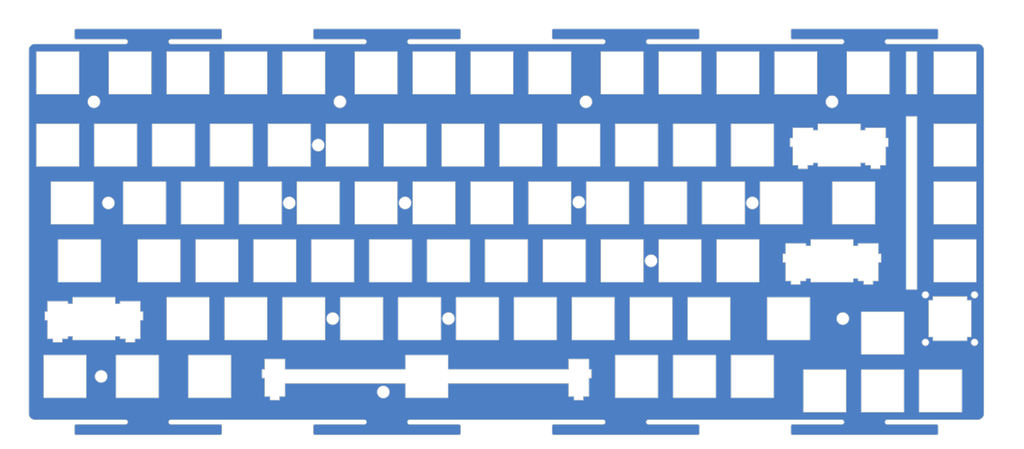
<source format=kicad_pcb>
(kicad_pcb (version 20241229) (generator "pcbnew") (generator_version "9.0")
  (layers (0 "F.Cu" signal) (2 "B.Cu" signal) (13 "F.Paste" user) (15 "B.Paste" user) (5 "F.SilkS" user "F.Silkscreen") (7 "B.SilkS" user "B.Silkscreen") (1 "F.Mask" user) (3 "B.Mask" user) (25 "Edge.Cuts" user))
  (net 0 "")
  (footprint "LOGO" (layer "F.Cu") (at 202.6375 157.4125)
    (property "Reference" "G***" (hide yes))
    (property "Value" "LOGO" (hide yes))
  )
  (footprint "LOGO" (layer "B.Cu") (at 188.627196 142.428396 180)
    (property "Reference" "G***" (hide yes))
    (property "Value" "LOGO" (hide yes))
  )
  (gr_line (start 357.275 106.8125) (end 357.275 120.8125) (stroke (width 0.2)) (layer "Edge.Cuts"))
  (gr_line (start 309.9375 125.8625) (end 309.9375 139.8625) (stroke (width 0.2)) (layer "Edge.Cuts"))
  (gr_line (start 56.49225 177.5665) (end 56.49225 178.7349) (stroke (width 0.2)) (layer "Edge.Cuts"))
  (gr_arc (start 218.1781 209.3) (mid 217.824555 209.153562) (end 217.678125 208.804898) (stroke (width 0.2)) (layer "Edge.Cuts"))
  (gr_line (start 344.759375 78.475) (end 344.759375 75.970102) (stroke (width 0.2)) (layer "Edge.Cuts"))
  (gr_line (start 204.875 125.8625) (end 204.875 139.8625) (stroke (width 0.2)) (layer "Edge.Cuts"))
  (gr_line (start 95.625 139.8625) (end 109.625 139.8625) (stroke (width 0.2)) (layer "Edge.Cuts"))
  (gr_line (start 338.5125 187.775) (end 338.5125 201.775) (stroke (width 0.2)) (layer "Edge.Cuts"))
  (gr_line (start 276.6 197.0125) (end 290.6 197.0125) (stroke (width 0.2)) (layer "Edge.Cuts"))
  (gr_line (start 80.36825 178.7349) (end 80.36825 177.5665) (stroke (width 0.2)) (layer "Edge.Cuts"))
  (gr_circle (center 71.668906 132.862576) (end 73.668906 132.862576) (stroke (width 0.2)) (fill no) (layer "Edge.Cuts"))
  (gr_line (start 301.18315 157.7291) (end 301.18315 158.5165) (stroke (width 0.2)) (layer "Edge.Cuts"))
  (gr_line (start 230.63475 187.7265) (end 229.77115 187.7265) (stroke (width 0.2)) (layer "Edge.Cuts"))
  (gr_line (start 169.44375 192.3125) (end 169.44375 197.0125) (stroke (width 0.2)) (layer "Edge.Cuts"))
  (gr_arc (start 187.096874 75.475) (mid 187.450428 75.621447) (end 187.596875 75.975001) (stroke (width 0.2)) (layer "Edge.Cuts"))
  (gr_line (start 219.45 106.8125) (end 233.45 106.8125) (stroke (width 0.2)) (layer "Edge.Cuts"))
  (gr_arc (start 296.259375 206.3) (mid 296.40582 205.946438) (end 296.754501 205.8) (stroke (width 0.2)) (layer "Edge.Cuts"))
  (gr_line (start 271.8375 144.9125) (end 285.8375 144.9125) (stroke (width 0.2)) (layer "Edge.Cuts"))
  (gr_line (start 316.79375 144.9125) (end 316.79375 147.0357) (stroke (width 0.2)) (layer "Edge.Cuts"))
  (gr_line (start 71.8125 97) (end 85.8125 97) (stroke (width 0.2)) (layer "Edge.Cuts"))
  (gr_line (start 80.36825 177.5665) (end 82.17165 177.5665) (stroke (width 0.2)) (layer "Edge.Cuts"))
  (gr_arc (start 92.265625 80.475) (mid 91.515625 79.725) (end 92.265625 78.975) (stroke (width 0.2)) (layer "Edge.Cuts"))
  (gr_line (start 167.0625 163.9625) (end 167.0625 177.9625) (stroke (width 0.2)) (layer "Edge.Cuts"))
  (gr_arc (start 344.2594 205.8) (mid 344.612945 205.946438) (end 344.759375 206.304999) (stroke (width 0.2)) (layer "Edge.Cuts"))
  (gr_line (start 109.625 125.8625) (end 109.625 139.8625) (stroke (width 0.2)) (layer "Edge.Cuts"))
  (gr_line (start 252.7875 83) (end 252.7875 97) (stroke (width 0.2)) (layer "Edge.Cuts"))
  (gr_line (start 262.3125 163.9625) (end 262.3125 177.9625) (stroke (width 0.2)) (layer "Edge.Cuts"))
  (gr_line (start 302.50625 163.9625) (end 302.50625 177.9625) (stroke (width 0.2)) (layer "Edge.Cuts"))
  (gr_line (start 92.265625 80.475) (end 155.846875 80.475) (stroke (width 0.2)) (layer "Edge.Cuts"))
  (gr_line (start 325.637 120.4165) (end 327.4404 120.4165) (stroke (width 0.2)) (layer "Edge.Cuts"))
  (gr_line (start 322.589 120.4165) (end 322.589 121.5849) (stroke (width 0.2)) (layer "Edge.Cuts"))
  (gr_arc (start 47.474999 204.3) (mid 46.060786 203.714214) (end 45.475 202.300002) (stroke (width 0.2)) (layer "Edge.Cuts"))
  (gr_arc (start 296.7594 78.975) (mid 296.405838 78.828545) (end 296.2594 78.475) (stroke (width 0.2)) (layer "Edge.Cuts"))
  (gr_line (start 152.775 97) (end 166.775 97) (stroke (width 0.2)) (layer "Edge.Cuts"))
  (gr_line (start 223.11635 187.7125) (end 183.44375 187.7125) (stroke (width 0.2)) (layer "Edge.Cuts"))
  (gr_line (start 176.5875 158.9125) (end 190.5875 158.9125) (stroke (width 0.2)) (layer "Edge.Cuts"))
  (gr_line (start 233.7375 83) (end 233.7375 97) (stroke (width 0.2)) (layer "Edge.Cuts"))
  (gr_line (start 238.2125 163.9625) (end 238.2125 177.9625) (stroke (width 0.2)) (layer "Edge.Cuts"))
  (gr_line (start 152.775 125.8625) (end 152.775 139.8625) (stroke (width 0.2)) (layer "Edge.Cuts"))
  (gr_line (start 190.875 125.8625) (end 204.875 125.8625) (stroke (width 0.2)) (layer "Edge.Cuts"))
  (gr_line (start 167.0625 177.9625) (end 181.0625 177.9625) (stroke (width 0.2)) (layer "Edge.Cuts"))
  (gr_line (start 169.44375 192.3125) (end 129.77115 192.3125) (stroke (width 0.2)) (layer "Edge.Cuts"))
  (gr_line (start 112.00625 183.0125) (end 112.00625 197.0125) (stroke (width 0.2)) (layer "Edge.Cuts"))
  (gr_line (start 290.8875 83) (end 304.8875 83) (stroke (width 0.2)) (layer "Edge.Cuts"))
  (gr_line (start 233.7375 144.9125) (end 233.7375 158.9125) (stroke (width 0.2)) (layer "Edge.Cuts"))
  (gr_line (start 267.075 139.8625) (end 281.075 139.8625) (stroke (width 0.2)) (layer "Edge.Cuts"))
  (gr_line (start 276.6 183.0125) (end 290.6 183.0125) (stroke (width 0.2)) (layer "Edge.Cuts"))
  (gr_circle (center 250.262656 151.912576) (end 252.262656 151.912576) (stroke (width 0.2)) (fill no) (layer "Edge.Cuts"))
  (gr_line (start 119.4375 144.9125) (end 133.4375 144.9125) (stroke (width 0.2)) (layer "Edge.Cuts"))
  (gr_line (start 186.1125 163.9625) (end 186.1125 177.9625) (stroke (width 0.2)) (layer "Edge.Cuts"))
  (gr_line (start 266.178125 206.3) (end 266.178125 208.8) (stroke (width 0.2)) (layer "Edge.Cuts"))
  (gr_line (start 354.225 176.9625) (end 354.225 178.2125) (stroke (width 0.2)) (layer "Edge.Cuts"))
  (gr_line (start 166.775 125.8625) (end 166.775 139.8625) (stroke (width 0.2)) (layer "Edge.Cuts"))
  (gr_line (start 152.4875 144.9125) (end 152.4875 158.9125) (stroke (width 0.2)) (layer "Edge.Cuts"))
  (gr_line (start 343.275 125.8625) (end 357.275 125.8625) (stroke (width 0.2)) (layer "Edge.Cuts"))
  (gr_line (start 252.7875 158.9125) (end 266.7875 158.9125) (stroke (width 0.2)) (layer "Edge.Cuts"))
  (gr_line (start 300.4125 201.775) (end 314.4125 201.775) (stroke (width 0.2)) (layer "Edge.Cuts"))
  (gr_line (start 139.096875 206.300001) (end 139.096875 208.799999) (stroke (width 0.2)) (layer "Edge.Cuts"))
  (gr_line (start 344.2594 75.475) (end 296.7544 75.475) (stroke (width 0.2)) (layer "Edge.Cuts"))
  (gr_line (start 300.125 125.8625) (end 300.125 139.8625) (stroke (width 0.2)) (layer "Edge.Cuts"))
  (gr_line (start 357.275 97) (end 357.275 83) (stroke (width 0.2)) (layer "Edge.Cuts"))
  (gr_line (start 181.35 120.8125) (end 195.35 120.8125) (stroke (width 0.2)) (layer "Edge.Cuts"))
  (gr_line (start 276.6 106.8125) (end 290.6 106.8125) (stroke (width 0.2)) (layer "Edge.Cuts"))
  (gr_line (start 104.8625 163.9625) (end 104.8625 177.9625) (stroke (width 0.2)) (layer "Edge.Cuts"))
  (gr_line (start 69.14375 144.9125) (end 69.14375 158.9125) (stroke (width 0.2)) (layer "Edge.Cuts"))
  (gr_line (start 229.77115 190.5205) (end 230.63475 190.5205) (stroke (width 0.2)) (layer "Edge.Cuts"))
  (gr_line (start 204.875 83) (end 204.875 97) (stroke (width 0.2)) (layer "Edge.Cuts"))
  (gr_line (start 190.5875 144.9125) (end 190.5875 158.9125) (stroke (width 0.2)) (layer "Edge.Cuts"))
  (gr_line (start 302.79375 157.7291) (end 301.18315 157.7291) (stroke (width 0.2)) (layer "Edge.Cuts"))
  (gr_line (start 83.03525 168.6765) (end 82.17165 168.6765) (stroke (width 0.2)) (layer "Edge.Cuts"))
  (gr_arc (start 109.015625 78.474999) (mid 108.869178 78.828553) (end 108.515624 78.975) (stroke (width 0.2)) (layer "Edge.Cuts"))
  (gr_line (start 320.20775 158.5165) (end 320.20775 159.6849) (stroke (width 0.2)) (layer "Edge.Cuts"))
  (gr_line (start 205.1625 163.9625) (end 219.1625 163.9625) (stroke (width 0.2)) (layer "Edge.Cuts"))
  (gr_line (start 242.975 125.8625) (end 242.975 139.8625) (stroke (width 0.2)) (layer "Edge.Cuts"))
  (gr_line (start 267.075 125.8625) (end 267.075 139.8625) (stroke (width 0.2)) (layer "Edge.Cuts"))
  (gr_line (start 114.675 139.8625) (end 128.675 139.8625) (stroke (width 0.2)) (layer "Edge.Cuts"))
  (gr_arc (start 187.596875 208.799999) (mid 187.450428 209.153553) (end 187.096874 209.3) (stroke (width 0.2)) (layer "Edge.Cuts"))
  (gr_line (start 318.40435 157.7291) (end 318.40435 158.5165) (stroke (width 0.2)) (layer "Edge.Cuts"))
  (gr_arc (start 217.678125 206.3) (mid 217.824573 205.946455) (end 218.178125 205.8) (stroke (width 0.2)) (layer "Edge.Cuts"))
  (gr_line (start 176.3 106.8125) (end 176.3 120.8125) (stroke (width 0.2)) (layer "Edge.Cuts"))
  (gr_line (start 286.125 125.8625) (end 286.125 139.8625) (stroke (width 0.2)) (layer "Edge.Cuts"))
  (gr_line (start 187.096874 205.8) (end 170.846875 205.8) (stroke (width 0.2)) (layer "Edge.Cuts"))
  (gr_line (start 95.625 125.8625) (end 95.625 139.8625) (stroke (width 0.2)) (layer "Edge.Cuts"))
  (gr_line (start 195.6375 158.9125) (end 209.6375 158.9125) (stroke (width 0.2)) (layer "Edge.Cuts"))
  (gr_line (start 62 83) (end 62 97) (stroke (width 0.2)) (layer "Edge.Cuts"))
  (gr_line (start 55.14375 144.9125) (end 55.14375 158.9125) (stroke (width 0.2)) (layer "Edge.Cuts"))
  (gr_line (start 81.05 106.8125) (end 81.05 120.8125) (stroke (width 0.2)) (layer "Edge.Cuts"))
  (gr_line (start 229.77115 196.6165) (end 229.77115 190.5205) (stroke (width 0.2)) (layer "Edge.Cuts"))
  (gr_line (start 100.3875 158.9125) (end 114.3875 158.9125) (stroke (width 0.2)) (layer "Edge.Cuts"))
  (gr_line (start 344.259375 209.3) (end 296.7594 209.3) (stroke (width 0.2)) (layer "Edge.Cuts"))
  (gr_line (start 325.92275 149.6265) (end 325.05915 149.6265) (stroke (width 0.2)) (layer "Edge.Cuts"))
  (gr_line (start 104.8625 83) (end 104.8625 97) (stroke (width 0.2)) (layer "Edge.Cuts"))
  (gr_line (start 266.7875 144.9125) (end 266.7875 158.9125) (stroke (width 0.2)) (layer "Edge.Cuts"))
  (gr_line (start 123.11635 184.3229) (end 129.77115 184.3229) (stroke (width 0.2)) (layer "Edge.Cuts"))
  (gr_line (start 90.8625 163.9625) (end 104.8625 163.9625) (stroke (width 0.2)) (layer "Edge.Cuts"))
  (gr_circle (center 283.600156 132.862576) (end 285.600156 132.862576) (stroke (width 0.2)) (fill no) (layer "Edge.Cuts"))
  (gr_line (start 327.4404 120.4165) (end 327.4404 114.3205) (stroke (width 0.2)) (layer "Edge.Cuts"))
  (gr_line (start 73.90625 163.9625) (end 73.90625 166.0857) (stroke (width 0.2)) (layer "Edge.Cuts"))
  (gr_line (start 73.90625 176.7791) (end 73.90625 177.9625) (stroke (width 0.2)) (layer "Edge.Cuts"))
  (gr_line (start 305.175 106.8125) (end 319.175 106.8125) (stroke (width 0.2)) (layer "Edge.Cuts"))
  (gr_line (start 318.40435 147.0357) (end 316.79375 147.0357) (stroke (width 0.2)) (layer "Edge.Cuts"))
  (gr_line (start 359.8 202.3) (end 359.8 82.475) (stroke (width 0.2)) (layer "Edge.Cuts"))
  (gr_line (start 48 97) (end 62 97) (stroke (width 0.2)) (layer "Edge.Cuts"))
  (gr_line (start 209.925 97) (end 223.925 97) (stroke (width 0.2)) (layer "Edge.Cuts"))
  (gr_line (start 119.15 106.8125) (end 119.15 120.8125) (stroke (width 0.2)) (layer "Edge.Cuts"))
  (gr_arc (start 139.596876 209.3) (mid 139.243322 209.153553) (end 139.096875 208.799999) (stroke (width 0.2)) (layer "Edge.Cuts"))
  (gr_line (start 124.2 106.8125) (end 138.2 106.8125) (stroke (width 0.2)) (layer "Edge.Cuts"))
  (gr_line (start 128.9625 97) (end 142.9625 97) (stroke (width 0.2)) (layer "Edge.Cuts"))
  (gr_line (start 76.575 125.8625) (end 76.575 139.8625) (stroke (width 0.2)) (layer "Edge.Cuts"))
  (gr_line (start 271.8375 158.9125) (end 285.8375 158.9125) (stroke (width 0.2)) (layer "Edge.Cuts"))
  (gr_arc (start 170.846875 205.8) (mid 170.096875 205.05) (end 170.846875 204.3) (stroke (width 0.2)) (layer "Edge.Cuts"))
  (gr_line (start 152.775 83) (end 166.775 83) (stroke (width 0.2)) (layer "Edge.Cuts"))
  (gr_line (start 265.6781 205.8) (end 249.4281 205.8) (stroke (width 0.2)) (layer "Edge.Cuts"))
  (gr_line (start 214.4 106.8125) (end 214.4 120.8125) (stroke (width 0.2)) (layer "Edge.Cuts"))
  (gr_line (start 271.55 106.8125) (end 271.55 120.8125) (stroke (width 0.2)) (layer "Edge.Cuts"))
  (gr_line (start 50.38125 197.0125) (end 64.38125 197.0125) (stroke (width 0.2)) (layer "Edge.Cuts"))
  (gr_line (start 252.7875 97) (end 266.7875 97) (stroke (width 0.2)) (layer "Edge.Cuts"))
  (gr_arc (start 359.8 202.3) (mid 359.214214 203.714214) (end 357.8 204.3) (stroke (width 0.2)) (layer "Edge.Cuts"))
  (gr_line (start 77.32025 178.7349) (end 80.36825 178.7349) (stroke (width 0.2)) (layer "Edge.Cuts"))
  (gr_line (start 67.05 106.8125) (end 67.05 120.8125) (stroke (width 0.2)) (layer "Edge.Cuts"))
  (gr_line (start 124.2 106.8125) (end 124.2 120.8125) (stroke (width 0.2)) (layer "Edge.Cuts"))
  (gr_line (start 243.2625 163.9625) (end 243.2625 177.9625) (stroke (width 0.2)) (layer "Edge.Cuts"))
  (gr_line (start 133.725 125.8625) (end 147.725 125.8625) (stroke (width 0.2)) (layer "Edge.Cuts"))
  (gr_line (start 327.4404 108.1229) (end 320.7856 108.1229) (stroke (width 0.2)) (layer "Edge.Cuts"))
  (gr_line (start 128.9625 177.9625) (end 142.9625 177.9625) (stroke (width 0.2)) (layer "Edge.Cuts"))
  (gr_line (start 209.6375 144.9125) (end 209.6375 158.9125) (stroke (width 0.2)) (layer "Edge.Cuts"))
  (gr_line (start 100.1 106.8125) (end 100.1 120.8125) (stroke (width 0.2)) (layer "Edge.Cuts"))
  (gr_line (start 59.90625 176.7791) (end 59.90625 177.9625) (stroke (width 0.2)) (layer "Edge.Cuts"))
  (gr_line (start 209.925 83) (end 209.925 97) (stroke (width 0.2)) (layer "Edge.Cuts"))
  (gr_arc (start 328.0094 205.8) (mid 327.2594 205.05) (end 328.0094 204.3) (stroke (width 0.2)) (layer "Edge.Cuts"))
  (gr_arc (start 187.596875 78.474999) (mid 187.450428 78.828553) (end 187.096874 78.975) (stroke (width 0.2)) (layer "Edge.Cuts"))
  (gr_line (start 119.4375 144.9125) (end 119.4375 158.9125) (stroke (width 0.2)) (layer "Edge.Cuts"))
  (gr_line (start 352.5125 187.775) (end 352.5125 201.775) (stroke (width 0.2)) (layer "Edge.Cuts"))
  (gr_line (start 138.4875 158.9125) (end 152.4875 158.9125) (stroke (width 0.2)) (layer "Edge.Cuts"))
  (gr_line (start 341.625 176.9625) (end 341.625 164.9625) (stroke (width 0.2)) (layer "Edge.Cuts"))
  (gr_line (start 186.1125 177.9625) (end 200.1125 177.9625) (stroke (width 0.2)) (layer "Edge.Cuts"))
  (gr_line (start 313.0094 78.975) (end 296.7594 78.975) (stroke (width 0.2)) (layer "Edge.Cuts"))
  (gr_line (start 337.737654 161.362509) (end 337.737654 104.362509) (stroke (width 0.2)) (layer "Edge.Cuts"))
  (gr_line (start 53.44425 178.7349) (end 53.44425 177.5665) (stroke (width 0.2)) (layer "Edge.Cuts"))
  (gr_line (start 81.3375 144.9125) (end 95.3375 144.9125) (stroke (width 0.2)) (layer "Edge.Cuts"))
  (gr_arc (start 313.0094 204.3) (mid 313.7594 205.05) (end 313.0094 205.8) (stroke (width 0.2)) (layer "Edge.Cuts"))
  (gr_line (start 325.92275 152.4205) (end 325.92275 149.6265) (stroke (width 0.2)) (layer "Edge.Cuts"))
  (gr_line (start 200.4 106.8125) (end 214.4 106.8125) (stroke (width 0.2)) (layer "Edge.Cuts"))
  (gr_circle (center 226.450156 132.617552) (end 228.450156 132.617552) (stroke (width 0.2)) (fill no) (layer "Edge.Cuts"))
  (gr_line (start 320.7856 120.4165) (end 322.589 120.4165) (stroke (width 0.2)) (layer "Edge.Cuts"))
  (gr_line (start 48 106.8125) (end 62 106.8125) (stroke (width 0.2)) (layer "Edge.Cuts"))
  (gr_line (start 48 106.8125) (end 48 120.8125) (stroke (width 0.2)) (layer "Edge.Cuts"))
  (gr_line (start 334.237389 97.000044) (end 334.237389 83.000044) (stroke (width 0.2)) (layer "Edge.Cuts"))
  (gr_line (start 214.6875 144.9125) (end 228.6875 144.9125) (stroke (width 0.2)) (layer "Edge.Cuts"))
  (gr_line (start 224.2125 163.9625) (end 224.2125 177.9625) (stroke (width 0.2)) (layer "Edge.Cuts"))
  (gr_line (start 302.79375 144.9125) (end 316.79375 144.9125) (stroke (width 0.2)) (layer "Edge.Cuts"))
  (gr_line (start 200.4 120.8125) (end 214.4 120.8125) (stroke (width 0.2)) (layer "Edge.Cuts"))
  (gr_line (start 148.0125 163.9625) (end 148.0125 177.9625) (stroke (width 0.2)) (layer "Edge.Cuts"))
  (gr_arc (start 45.475 82.474999) (mid 46.060786 81.060786) (end 47.474998 80.475) (stroke (width 0.2)) (layer "Edge.Cuts"))
  (gr_arc (start 61.015626 209.3) (mid 60.662072 209.153553) (end 60.515625 208.799999) (stroke (width 0.2)) (layer "Edge.Cuts"))
  (gr_line (start 257.55 197.0125) (end 271.55 197.0125) (stroke (width 0.2)) (layer "Edge.Cuts"))
  (gr_line (start 190.875 97) (end 204.875 97) (stroke (width 0.2)) (layer "Edge.Cuts"))
  (gr_line (start 53.44425 177.5665) (end 51.64085 177.5665) (stroke (width 0.2)) (layer "Edge.Cuts"))
  (gr_line (start 266.178125 78.475) (end 266.178125 75.975) (stroke (width 0.2)) (layer "Edge.Cuts"))
  (gr_line (start 233.7375 158.9125) (end 247.7375 158.9125) (stroke (width 0.2)) (layer "Edge.Cuts"))
  (gr_line (start 325.05915 158.5165) (end 325.05915 152.4205) (stroke (width 0.2)) (layer "Edge.Cuts"))
  (gr_line (start 123.9125 83) (end 123.9125 97) (stroke (width 0.2)) (layer "Edge.Cuts"))
  (gr_line (start 301.18315 146.2229) (end 301.18315 147.0357) (stroke (width 0.2)) (layer "Edge.Cuts"))
  (gr_line (start 248.025 139.8625) (end 262.025 139.8625) (stroke (width 0.2)) (layer "Edge.Cuts"))
  (gr_line (start 157.5375 158.9125) (end 171.5375 158.9125) (stroke (width 0.2)) (layer "Edge.Cuts"))
  (gr_line (start 51.64085 177.5665) (end 51.64085 171.4705) (stroke (width 0.2)) (layer "Edge.Cuts"))
  (gr_line (start 170.846875 204.3) (end 234.4281 204.3) (stroke (width 0.2)) (layer "Edge.Cuts"))
  (gr_line (start 109.9125 83) (end 123.9125 83) (stroke (width 0.2)) (layer "Edge.Cuts"))
  (gr_line (start 217.678125 78.470001) (end 217.678125 75.975) (stroke (width 0.2)) (layer "Edge.Cuts"))
  (gr_line (start 229.77115 184.3229) (end 223.11635 184.3229) (stroke (width 0.2)) (layer "Edge.Cuts"))
  (gr_line (start 276.6 106.8125) (end 276.6 120.8125) (stroke (width 0.2)) (layer "Edge.Cuts"))
  (gr_circle (center 169.300156 132.862576) (end 171.300156 132.862576) (stroke (width 0.2)) (fill no) (layer "Edge.Cuts"))
  (gr_line (start 76.575 139.8625) (end 90.575 139.8625) (stroke (width 0.2)) (layer "Edge.Cuts"))
  (gr_line (start 233.7375 83) (end 247.7375 83) (stroke (width 0.2)) (layer "Edge.Cuts"))
  (gr_line (start 90.8625 177.9625) (end 104.8625 177.9625) (stroke (width 0.2)) (layer "Edge.Cuts"))
  (gr_line (start 233.7375 144.9125) (end 247.7375 144.9125) (stroke (width 0.2)) (layer "Edge.Cuts"))
  (gr_line (start 47.474998 80.475) (end 77.265625 80.475) (stroke (width 0.2)) (layer "Edge.Cuts"))
  (gr_line (start 228.975 125.8625) (end 228.975 139.8625) (stroke (width 0.2)) (layer "Edge.Cuts"))
  (gr_line (start 55.14375 158.9125) (end 69.14375 158.9125) (stroke (width 0.2)) (layer "Edge.Cuts"))
  (gr_line (start 267.075 125.8625) (end 281.075 125.8625) (stroke (width 0.2)) (layer "Edge.Cuts"))
  (gr_line (start 296.2594 78.475) (end 296.259375 78.475) (stroke (width 0.2)) (layer "Edge.Cuts"))
  (gr_arc (start 344.2594 75.475) (mid 344.612945 75.621438) (end 344.759375 75.970102) (stroke (width 0.2)) (layer "Edge.Cuts"))
  (gr_line (start 223.11635 184.3229) (end 223.11635 187.7125) (stroke (width 0.2)) (layer "Edge.Cuts"))
  (gr_circle (center 183.587656 170.962576) (end 185.587656 170.962576) (stroke (width 0.2)) (fill no) (layer "Edge.Cuts"))
  (gr_line (start 109.015625 78.474999) (end 109.015625 75.975001) (stroke (width 0.2)) (layer "Edge.Cuts"))
  (gr_line (start 290.8875 83) (end 290.8875 97) (stroke (width 0.2)) (layer "Edge.Cuts"))
  (gr_line (start 187.596875 78.474999) (end 187.596875 75.975001) (stroke (width 0.2)) (layer "Edge.Cuts"))
  (gr_line (start 50.77725 171.4705) (end 50.77725 168.6765) (stroke (width 0.2)) (layer "Edge.Cuts"))
  (gr_circle (center 69.2877 190.012576) (end 71.2877 190.012576) (stroke (width 0.2)) (fill no) (layer "Edge.Cuts"))
  (gr_line (start 108.515624 78.975) (end 92.265625 78.975) (stroke (width 0.2)) (layer "Edge.Cuts"))
  (gr_arc (start 296.7594 209.3) (mid 296.405838 209.153545) (end 296.2594 208.8) (stroke (width 0.2)) (layer "Edge.Cuts"))
  (gr_line (start 114.675 125.8625) (end 114.675 139.8625) (stroke (width 0.2)) (layer "Edge.Cuts"))
  (gr_line (start 234.4281 205.8) (end 218.178125 205.8) (stroke (width 0.2)) (layer "Edge.Cuts"))
  (gr_line (start 195.6375 144.9125) (end 209.6375 144.9125) (stroke (width 0.2)) (layer "Edge.Cuts"))
  (gr_line (start 298.713 120.4165) (end 296.9096 120.4165) (stroke (width 0.2)) (layer "Edge.Cuts"))
  (gr_line (start 224.91975 197.7849) (end 227.96775 197.7849) (stroke (width 0.2)) (layer "Edge.Cuts"))
  (gr_line (start 217.678125 206.3) (end 217.678125 208.804898) (stroke (width 0.2)) (layer "Edge.Cuts"))
  (gr_line (start 265.673201 209.3) (end 218.1781 209.3) (stroke (width 0.2)) (layer "Edge.Cuts"))
  (gr_line (start 45.475 202.300002) (end 45.475 82.474999) (stroke (width 0.2)) (layer "Edge.Cuts"))
  (gr_line (start 319.4625 187.775) (end 333.4625 187.775) (stroke (width 0.2)) (layer "Edge.Cuts"))
  (gr_line (start 343.025 176.9625) (end 343.025 178.2125) (stroke (width 0.2)) (layer "Edge.Cuts"))
  (gr_line (start 318.40435 146.2229) (end 318.40435 147.0357) (stroke (width 0.2)) (layer "Edge.Cuts"))
  (gr_line (start 186.1125 163.9625) (end 200.1125 163.9625) (stroke (width 0.2)) (layer "Edge.Cuts"))
  (gr_line (start 276.6 183.0125) (end 276.6 197.0125) (stroke (width 0.2)) (layer "Edge.Cuts"))
  (gr_line (start 109.9125 97) (end 123.9125 97) (stroke (width 0.2)) (layer "Edge.Cuts"))
  (gr_line (start 248.025 125.8625) (end 262.025 125.8625) (stroke (width 0.2)) (layer "Edge.Cuts"))
  (gr_line (start 266.7875 83) (end 266.7875 97) (stroke (width 0.2)) (layer "Edge.Cuts"))
  (gr_line (start 187.596875 206.300001) (end 187.596875 208.799999) (stroke (width 0.2)) (layer "Edge.Cuts"))
  (gr_line (start 124.2 120.8125) (end 138.2 120.8125) (stroke (width 0.2)) (layer "Edge.Cuts"))
  (gr_line (start 181.0625 163.9625) (end 181.0625 177.9625) (stroke (width 0.2)) (layer "Edge.Cuts"))
  (gr_line (start 252.5 183.0125) (end 252.5 197.0125) (stroke (width 0.2)) (layer "Edge.Cuts"))
  (gr_line (start 48 83) (end 62 83) (stroke (width 0.2)) (layer "Edge.Cuts"))
  (gr_line (start 227.96775 197.7849) (end 227.96775 196.6165) (stroke (width 0.2)) (layer "Edge.Cuts"))
  (gr_line (start 322.589 121.5849) (end 325.637 121.5849) (stroke (width 0.2)) (layer "Edge.Cuts"))
  (gr_line (start 76.575 125.8625) (end 90.575 125.8625) (stroke (width 0.2)) (layer "Edge.Cuts"))
  (gr_line (start 354.225 178.2125) (end 343.025 178.2125) (stroke (width 0.2)) (layer "Edge.Cuts"))
  (gr_line (start 337.737389 97.000044) (end 337.737389 83.000044) (stroke (width 0.2)) (layer "Edge.Cuts"))
  (gr_line (start 320.20775 159.6849) (end 323.25575 159.6849) (stroke (width 0.2)) (layer "Edge.Cuts"))
  (gr_line (start 108.515624 75.475) (end 61.015626 75.475) (stroke (width 0.2)) (layer "Edge.Cuts"))
  (gr_line (start 143.25 106.8125) (end 143.25 120.8125) (stroke (width 0.2)) (layer "Edge.Cuts"))
  (gr_line (start 296.046 114.3205) (end 296.046 111.5265) (stroke (width 0.2)) (layer "Edge.Cuts"))
  (gr_line (start 294.52835 149.6265) (end 294.52835 146.2229) (stroke (width 0.2)) (layer "Edge.Cuts"))
  (gr_line (start 75.51685 177.5665) (end 77.32025 177.5665) (stroke (width 0.2)) (layer "Edge.Cuts"))
  (gr_line (start 354.225 164.9625) (end 355.625 164.9625) (stroke (width 0.2)) (layer "Edge.Cuts"))
  (gr_line (start 252.5 106.8125) (end 252.5 120.8125) (stroke (width 0.2)) (layer "Edge.Cuts"))
  (gr_line (start 100.3875 144.9125) (end 100.3875 158.9125) (stroke (width 0.2)) (layer "Edge.Cuts"))
  (gr_line (start 303.5644 119.6291) (end 303.5644 120.4165) (stroke (width 0.2)) (layer "Edge.Cuts"))
  (gr_line (start 252.7875 83) (end 266.7875 83) (stroke (width 0.2)) (layer "Edge.Cuts"))
  (gr_line (start 224.2125 177.9625) (end 238.2125 177.9625) (stroke (width 0.2)) (layer "Edge.Cuts"))
  (gr_arc (start 265.6781 75.475) (mid 266.031662 75.621455) (end 266.1781 75.975) (stroke (width 0.2)) (layer "Edge.Cuts"))
  (gr_arc (start 108.515624 205.8) (mid 108.869178 205.946447) (end 109.015625 206.300001) (stroke (width 0.2)) (layer "Edge.Cuts"))
  (gr_line (start 271.8375 83) (end 285.8375 83) (stroke (width 0.2)) (layer "Edge.Cuts"))
  (gr_line (start 316.79375 157.7291) (end 316.79375 158.9125) (stroke (width 0.2)) (layer "Edge.Cuts"))
  (gr_line (start 288.50625 163.9625) (end 302.50625 163.9625) (stroke (width 0.2)) (layer "Edge.Cuts"))
  (gr_line (start 229.77115 187.7265) (end 229.77115 184.3229) (stroke (width 0.2)) (layer "Edge.Cuts"))
  (gr_line (start 293.66475 152.4205) (end 293.66475 149.6265) (stroke (width 0.2)) (layer "Edge.Cuts"))
  (gr_line (start 290.6 106.8125) (end 290.6 120.8125) (stroke (width 0.2)) (layer "Edge.Cuts"))
  (gr_line (start 169.44375 183.0125) (end 183.44375 183.0125) (stroke (width 0.2)) (layer "Edge.Cuts"))
  (gr_line (start 320.7856 108.9357) (end 319.175 108.9357) (stroke (width 0.2)) (layer "Edge.Cuts"))
  (gr_line (start 190.875 83) (end 204.875 83) (stroke (width 0.2)) (layer "Edge.Cuts"))
  (gr_line (start 129.77115 184.3229) (end 129.77115 187.7125) (stroke (width 0.2)) (layer "Edge.Cuts"))
  (gr_line (start 343.275 144.9125) (end 357.275 144.9125) (stroke (width 0.2)) (layer "Edge.Cuts"))
  (gr_line (start 47.474999 204.3) (end 77.265625 204.3) (stroke (width 0.2)) (layer "Edge.Cuts"))
  (gr_line (start 247.7375 83) (end 247.7375 97) (stroke (width 0.2)) (layer "Edge.Cuts"))
  (gr_line (start 262.3125 177.9625) (end 276.3125 177.9625) (stroke (width 0.2)) (layer "Edge.Cuts"))
  (gr_line (start 50.38125 183.0125) (end 50.38125 197.0125) (stroke (width 0.2)) (layer "Edge.Cuts"))
  (gr_line (start 296.046 111.5265) (end 296.9096 111.5265) (stroke (width 0.2)) (layer "Edge.Cuts"))
  (gr_line (start 86.1 120.8125) (end 100.1 120.8125) (stroke (width 0.2)) (layer "Edge.Cuts"))
  (gr_line (start 114.3875 144.9125) (end 114.3875 158.9125) (stroke (width 0.2)) (layer "Edge.Cuts"))
  (gr_line (start 299.37975 159.6849) (end 296.33175 159.6849) (stroke (width 0.2)) (layer "Edge.Cuts"))
  (gr_line (start 62 106.8125) (end 62 120.8125) (stroke (width 0.2)) (layer "Edge.Cuts"))
  (gr_line (start 327.4404 111.5265) (end 327.4404 108.1229) (stroke (width 0.2)) (layer "Edge.Cuts"))
  (gr_line (start 249.4281 80.475) (end 313.0094 80.475) (stroke (width 0.2)) (layer "Edge.Cuts"))
  (gr_arc (start 92.265625 205.8) (mid 91.515625 205.05) (end 92.265625 204.3) (stroke (width 0.2)) (layer "Edge.Cuts"))
  (gr_line (start 86.1 106.8125) (end 100.1 106.8125) (stroke (width 0.2)) (layer "Edge.Cuts"))
  (gr_line (start 148.0125 163.9625) (end 162.0125 163.9625) (stroke (width 0.2)) (layer "Edge.Cuts"))
  (gr_line (start 157.5375 144.9125) (end 157.5375 158.9125) (stroke (width 0.2)) (layer "Edge.Cuts"))
  (gr_line (start 290.8875 97) (end 304.8875 97) (stroke (width 0.2)) (layer "Edge.Cuts"))
  (gr_line (start 247.7375 144.9125) (end 247.7375 158.9125) (stroke (width 0.2)) (layer "Edge.Cuts"))
  (gr_line (start 238.5 106.8125) (end 252.5 106.8125) (stroke (width 0.2)) (layer "Edge.Cuts"))
  (gr_line (start 122.25275 190.5205) (end 122.25275 187.7265) (stroke (width 0.2)) (layer "Edge.Cuts"))
  (gr_line (start 52.7625 125.8625) (end 66.7625 125.8625) (stroke (width 0.2)) (layer "Edge.Cuts"))
  (gr_line (start 252.7875 144.9125) (end 266.7875 144.9125) (stroke (width 0.2)) (layer "Edge.Cuts"))
  (gr_line (start 300.4125 187.775) (end 314.4125 187.775) (stroke (width 0.2)) (layer "Edge.Cuts"))
  (gr_line (start 90.8625 83) (end 104.8625 83) (stroke (width 0.2)) (layer "Edge.Cuts"))
  (gr_line (start 303.5644 108.1229) (end 303.5644 108.9357) (stroke (width 0.2)) (layer "Edge.Cuts"))
  (gr_line (start 343.025 164.9625) (end 343.025 163.7125) (stroke (width 0.2)) (layer "Edge.Cuts"))
  (gr_line (start 343.275 106.8125) (end 357.275 106.8125) (stroke (width 0.2)) (layer "Edge.Cuts"))
  (gr_line (start 67.05 120.8125) (end 81.05 120.8125) (stroke (width 0.2)) (layer "Edge.Cuts"))
  (gr_line (start 223.925 83) (end 223.925 97) (stroke (width 0.2)) (layer "Edge.Cuts"))
  (gr_line (start 333.4625 187.775) (end 333.4625 201.775) (stroke (width 0.2)) (layer "Edge.Cuts"))
  (gr_arc (start 108.515624 75.475) (mid 108.869178 75.621447) (end 109.015625 75.975001) (stroke (width 0.2)) (layer "Edge.Cuts"))
  (gr_line (start 305.175 119.6291) (end 303.5644 119.6291) (stroke (width 0.2)) (layer "Edge.Cuts"))
  (gr_line (start 296.259375 206.3) (end 296.259375 208.8) (stroke (width 0.2)) (layer "Edge.Cuts"))
  (gr_line (start 223.11635 196.6165) (end 224.91975 196.6165) (stroke (width 0.2)) (layer "Edge.Cuts"))
  (gr_arc (start 155.846875 204.3) (mid 156.596875 205.05) (end 155.846875 205.8) (stroke (width 0.2)) (layer "Edge.Cuts"))
  (gr_line (start 214.6875 158.9125) (end 228.6875 158.9125) (stroke (width 0.2)) (layer "Edge.Cuts"))
  (gr_line (start 319.175 119.6291) (end 320.7856 119.6291) (stroke (width 0.2)) (layer "Edge.Cuts"))
  (gr_line (start 187.096874 75.475) (end 139.596876 75.475) (stroke (width 0.2)) (layer "Edge.Cuts"))
  (gr_line (start 266.1781 75.975) (end 266.178125 75.975) (stroke (width 0.2)) (layer "Edge.Cuts"))
  (gr_line (start 296.9096 108.1229) (end 303.5644 108.1229) (stroke (width 0.2)) (layer "Edge.Cuts"))
  (gr_line (start 319.4625 168.725) (end 319.4625 182.725) (stroke (width 0.2)) (layer "Edge.Cuts"))
  (gr_circle (center 340.55 178.7875) (end 341.65 178.7875) (stroke (width 0.2)) (fill no) (layer "Edge.Cuts"))
  (gr_line (start 123.9125 163.9625) (end 123.9125 177.9625) (stroke (width 0.2)) (layer "Edge.Cuts"))
  (gr_line (start 296.9096 111.5265) (end 296.9096 108.1229) (stroke (width 0.2)) (layer "Edge.Cuts"))
  (gr_line (start 219.45 120.8125) (end 233.45 120.8125) (stroke (width 0.2)) (layer "Edge.Cuts"))
  (gr_line (start 81.3375 144.9125) (end 81.3375 158.9125) (stroke (width 0.2)) (layer "Edge.Cuts"))
  (gr_line (start 309.9375 139.8625) (end 323.9375 139.8625) (stroke (width 0.2)) (layer "Edge.Cuts"))
  (gr_line (start 209.925 83) (end 223.925 83) (stroke (width 0.2)) (layer "Edge.Cuts"))
  (gr_line (start 341.625 176.9625) (end 343.025 176.9625) (stroke (width 0.2)) (layer "Edge.Cuts"))
  (gr_line (start 301.18315 147.0357) (end 302.79375 147.0357) (stroke (width 0.2)) (layer "Edge.Cuts"))
  (gr_arc (start 218.1781 78.975) (mid 217.824555 78.828562) (end 217.678125 78.470001) (stroke (width 0.2)) (layer "Edge.Cuts"))
  (gr_line (start 319.4625 182.725) (end 333.4625 182.725) (stroke (width 0.2)) (layer "Edge.Cuts"))
  (gr_line (start 296.33175 159.6849) (end 296.33175 158.5165) (stroke (width 0.2)) (layer "Edge.Cuts"))
  (gr_line (start 50.77725 168.6765) (end 51.64085 168.6765) (stroke (width 0.2)) (layer "Edge.Cuts"))
  (gr_line (start 52.7625 139.8625) (end 66.7625 139.8625) (stroke (width 0.2)) (layer "Edge.Cuts"))
  (gr_arc (start 266.178125 78.475) (mid 266.03168 78.828562) (end 265.673201 78.975) (stroke (width 0.2)) (layer "Edge.Cuts"))
  (gr_line (start 319.175 119.6291) (end 319.175 120.8125) (stroke (width 0.2)) (layer "Edge.Cuts"))
  (gr_line (start 183.44375 192.3125) (end 223.11635 192.3125) (stroke (width 0.2)) (layer "Edge.Cuts"))
  (gr_arc (start 77.265625 204.3) (mid 78.015625 205.05) (end 77.265625 205.8) (stroke (width 0.2)) (layer "Edge.Cuts"))
  (gr_line (start 354.225 176.9625) (end 355.625 176.9625) (stroke (width 0.2)) (layer "Edge.Cuts"))
  (gr_line (start 138.4875 144.9125) (end 138.4875 158.9125) (stroke (width 0.2)) (layer "Edge.Cuts"))
  (gr_arc (start 234.4281 204.3) (mid 235.1781 205.05) (end 234.4281 205.8) (stroke (width 0.2)) (layer "Edge.Cuts"))
  (gr_line (start 234.4281 78.975) (end 218.1781 78.975) (stroke (width 0.2)) (layer "Edge.Cuts"))
  (gr_line (start 185.825 125.8625) (end 185.825 139.8625) (stroke (width 0.2)) (layer "Edge.Cuts"))
  (gr_line (start 209.925 125.8625) (end 223.925 125.8625) (stroke (width 0.2)) (layer "Edge.Cuts"))
  (gr_line (start 82.17165 171.4705) (end 83.03525 171.4705) (stroke (width 0.2)) (layer "Edge.Cuts"))
  (gr_line (start 304.8875 83) (end 304.8875 97) (stroke (width 0.2)) (layer "Edge.Cuts"))
  (gr_line (start 169.44375 183.0125) (end 169.44375 187.7125) (stroke (width 0.2)) (layer "Edge.Cuts"))
  (gr_line (start 147.725 125.8625) (end 147.725 139.8625) (stroke (width 0.2)) (layer "Edge.Cuts"))
  (gr_line (start 100.3875 144.9125) (end 114.3875 144.9125) (stroke (width 0.2)) (layer "Edge.Cuts"))
  (gr_line (start 124.91975 196.6165) (end 123.11635 196.6165) (stroke (width 0.2)) (layer "Edge.Cuts"))
  (gr_line (start 325.05915 149.6265) (end 325.05915 146.2229) (stroke (width 0.2)) (layer "Edge.Cuts"))
  (gr_line (start 296.9096 114.3205) (end 296.046 114.3205) (stroke (width 0.2)) (layer "Edge.Cuts"))
  (gr_line (start 343.275 106.8125) (end 343.275 120.8125) (stroke (width 0.2)) (layer "Edge.Cuts"))
  (gr_line (start 51.64085 165.2729) (end 58.29565 165.2729) (stroke (width 0.2)) (layer "Edge.Cuts"))
  (gr_line (start 127.96775 196.6165) (end 127.96775 197.7849) (stroke (width 0.2)) (layer "Edge.Cuts"))
  (gr_line (start 88.19375 183.0125) (end 88.19375 197.0125) (stroke (width 0.2)) (layer "Edge.Cuts"))
  (gr_line (start 294.52835 158.5165) (end 294.52835 152.4205) (stroke (width 0.2)) (layer "Edge.Cuts"))
  (gr_line (start 296.9096 120.4165) (end 296.9096 114.3205) (stroke (width 0.2)) (layer "Edge.Cuts"))
  (gr_line (start 142.9625 83) (end 142.9625 97) (stroke (width 0.2)) (layer "Edge.Cuts"))
  (gr_line (start 338.5125 187.775) (end 352.5125 187.775) (stroke (width 0.2)) (layer "Edge.Cuts"))
  (gr_line (start 337.737389 97.000044) (end 334.237389 97.000044) (stroke (width 0.2)) (layer "Edge.Cuts"))
  (gr_line (start 67.05 106.8125) (end 81.05 106.8125) (stroke (width 0.2)) (layer "Edge.Cuts"))
  (gr_line (start 123.11635 187.7265) (end 123.11635 184.3229) (stroke (width 0.2)) (layer "Edge.Cuts"))
  (gr_arc (start 139.596876 78.975) (mid 139.243322 78.828553) (end 139.096875 78.474999) (stroke (width 0.2)) (layer "Edge.Cuts"))
  (gr_line (start 98.00625 183.0125) (end 112.00625 183.0125) (stroke (width 0.2)) (layer "Edge.Cuts"))
  (gr_line (start 148.0125 177.9625) (end 162.0125 177.9625) (stroke (width 0.2)) (layer "Edge.Cuts"))
  (gr_line (start 296.259375 78.475) (end 296.259375 75.975) (stroke (width 0.2)) (layer "Edge.Cuts"))
  (gr_line (start 85.8125 83) (end 85.8125 97) (stroke (width 0.2)) (layer "Edge.Cuts"))
  (gr_line (start 337.737389 83.000044) (end 334.237389 83.000044) (stroke (width 0.2)) (layer "Edge.Cuts"))
  (gr_line (start 296.33175 158.5165) (end 294.52835 158.5165) (stroke (width 0.2)) (layer "Edge.Cuts"))
  (gr_line (start 248.025 125.8625) (end 248.025 139.8625) (stroke (width 0.2)) (layer "Edge.Cuts"))
  (gr_line (start 58.29565 176.7791) (end 58.29565 177.5665) (stroke (width 0.2)) (layer "Edge.Cuts"))
  (gr_line (start 50.38125 183.0125) (end 64.38125 183.0125) (stroke (width 0.2)) (layer "Edge.Cuts"))
  (gr_line (start 86.1 106.8125) (end 86.1 120.8125) (stroke (width 0.2)) (layer "Edge.Cuts"))
  (gr_line (start 325.05915 146.2229) (end 318.40435 146.2229) (stroke (width 0.2)) (layer "Edge.Cuts"))
  (gr_line (start 183.44375 192.3125) (end 183.44375 197.0125) (stroke (width 0.2)) (layer "Edge.Cuts"))
  (gr_line (start 309.9375 125.8625) (end 323.9375 125.8625) (stroke (width 0.2)) (layer "Edge.Cuts"))
  (gr_line (start 119.4375 158.9125) (end 133.4375 158.9125) (stroke (width 0.2)) (layer "Edge.Cuts"))
  (gr_line (start 109.9125 83) (end 109.9125 97) (stroke (width 0.2)) (layer "Edge.Cuts"))
  (gr_line (start 95.3375 144.9125) (end 95.3375 158.9125) (stroke (width 0.2)) (layer "Edge.Cuts"))
  (gr_line (start 155.846875 205.8) (end 139.596876 205.8) (stroke (width 0.2)) (layer "Edge.Cuts"))
  (gr_line (start 276.3125 163.9625) (end 276.3125 177.9625) (stroke (width 0.2)) (layer "Edge.Cuts"))
  (gr_arc (start 155.846875 78.975) (mid 156.596875 79.725) (end 155.846875 80.475) (stroke (width 0.2)) (layer "Edge.Cuts"))
  (gr_line (start 224.2125 163.9625) (end 238.2125 163.9625) (stroke (width 0.2)) (layer "Edge.Cuts"))
  (gr_arc (start 266.178125 208.8) (mid 266.03168 209.153562) (end 265.673201 209.3) (stroke (width 0.2)) (layer "Edge.Cuts"))
  (gr_line (start 123.11635 190.5205) (end 122.25275 190.5205) (stroke (width 0.2)) (layer "Edge.Cuts"))
  (gr_line (start 195.6375 144.9125) (end 195.6375 158.9125) (stroke (width 0.2)) (layer "Edge.Cuts"))
  (gr_line (start 357.275 125.8625) (end 357.275 139.8625) (stroke (width 0.2)) (layer "Edge.Cuts"))
  (gr_line (start 286.125 125.8625) (end 300.125 125.8625) (stroke (width 0.2)) (layer "Edge.Cuts"))
  (gr_line (start 343.275 120.8125) (end 357.275 120.8125) (stroke (width 0.2)) (layer "Edge.Cuts"))
  (gr_line (start 74.19375 183.0125) (end 88.19375 183.0125) (stroke (width 0.2)) (layer "Edge.Cuts"))
  (gr_line (start 171.825 83) (end 185.825 83) (stroke (width 0.2)) (layer "Edge.Cuts"))
  (gr_line (start 319.4625 201.775) (end 333.4625 201.775) (stroke (width 0.2)) (layer "Edge.Cuts"))
  (gr_line (start 296.2594 208.8) (end 296.259375 208.8) (stroke (width 0.2)) (layer "Edge.Cuts"))
  (gr_line (start 285.8375 83) (end 285.8375 97) (stroke (width 0.2)) (layer "Edge.Cuts"))
  (gr_line (start 55.14375 144.9125) (end 69.14375 144.9125) (stroke (width 0.2)) (layer "Edge.Cuts"))
  (gr_line (start 129.77115 187.7125) (end 169.44375 187.7125) (stroke (width 0.2)) (layer "Edge.Cuts"))
  (gr_line (start 122.25275 187.7265) (end 123.11635 187.7265) (stroke (width 0.2)) (layer "Edge.Cuts"))
  (gr_line (start 305.175 106.8125) (end 305.175 108.9357) (stroke (width 0.2)) (layer "Edge.Cuts"))
  (gr_arc (start 77.265625 78.975) (mid 78.015625 79.725) (end 77.265625 80.475) (stroke (width 0.2)) (layer "Edge.Cuts"))
  (gr_line (start 133.4375 144.9125) (end 133.4375 158.9125) (stroke (width 0.2)) (layer "Edge.Cuts"))
  (gr_line (start 301.761 120.4165) (end 301.761 121.5849) (stroke (width 0.2)) (layer "Edge.Cuts"))
  (gr_arc (start 217.678125 75.975) (mid 217.824573 75.621455) (end 218.178125 75.475) (stroke (width 0.2)) (layer "Edge.Cuts"))
  (gr_line (start 48 120.8125) (end 62 120.8125) (stroke (width 0.2)) (layer "Edge.Cuts"))
  (gr_line (start 320.7856 119.6291) (end 320.7856 120.4165) (stroke (width 0.2)) (layer "Edge.Cuts"))
  (gr_line (start 162.3 106.8125) (end 162.3 120.8125) (stroke (width 0.2)) (layer "Edge.Cuts"))
  (gr_line (start 288.50625 177.9625) (end 302.50625 177.9625) (stroke (width 0.2)) (layer "Edge.Cuts"))
  (gr_line (start 238.5 120.8125) (end 252.5 120.8125) (stroke (width 0.2)) (layer "Edge.Cuts"))
  (gr_line (start 344.2594 205.8) (end 328.0094 205.8) (stroke (width 0.2)) (layer "Edge.Cuts"))
  (gr_line (start 59.90625 163.9625) (end 59.90625 166.0857) (stroke (width 0.2)) (layer "Edge.Cuts"))
  (gr_arc (start 344.759375 78.475) (mid 344.612927 78.828545) (end 344.259375 78.975) (stroke (width 0.2)) (layer "Edge.Cuts"))
  (gr_line (start 228.975 139.8625) (end 242.975 139.8625) (stroke (width 0.2)) (layer "Edge.Cuts"))
  (gr_line (start 257.55 106.8125) (end 271.55 106.8125) (stroke (width 0.2)) (layer "Edge.Cuts"))
  (gr_line (start 187.096874 78.975) (end 170.846875 78.975) (stroke (width 0.2)) (layer "Edge.Cuts"))
  (gr_line (start 343.275 97) (end 343.275 83) (stroke (width 0.2)) (layer "Edge.Cuts"))
  (gr_line (start 170.846875 80.475) (end 234.4281 80.475) (stroke (width 0.2)) (layer "Edge.Cuts"))
  (gr_line (start 152.775 139.8625) (end 166.775 139.8625) (stroke (width 0.2)) (layer "Edge.Cuts"))
  (gr_line (start 333.4625 168.725) (end 333.4625 182.725) (stroke (width 0.2)) (layer "Edge.Cuts"))
  (gr_line (start 90.8625 83) (end 90.8625 97) (stroke (width 0.2)) (layer "Edge.Cuts"))
  (gr_line (start 224.91975 196.6165) (end 224.91975 197.7849) (stroke (width 0.2)) (layer "Edge.Cuts"))
  (gr_line (start 95.625 125.8625) (end 109.625 125.8625) (stroke (width 0.2)) (layer "Edge.Cuts"))
  (gr_line (start 129.77115 192.3125) (end 129.77115 196.6165) (stroke (width 0.2)) (layer "Edge.Cuts"))
  (gr_line (start 323.25575 158.5165) (end 325.05915 158.5165) (stroke (width 0.2)) (layer "Edge.Cuts"))
  (gr_line (start 48 83) (end 48 97) (stroke (width 0.2)) (layer "Edge.Cuts"))
  (gr_line (start 238.5 183.0125) (end 252.5 183.0125) (stroke (width 0.2)) (layer "Edge.Cuts"))
  (gr_line (start 166.775 83) (end 166.775 97) (stroke (width 0.2)) (layer "Edge.Cuts"))
  (gr_line (start 233.45 106.8125) (end 233.45 120.8125) (stroke (width 0.2)) (layer "Edge.Cuts"))
  (gr_line (start 59.90625 163.9625) (end 73.90625 163.9625) (stroke (width 0.2)) (layer "Edge.Cuts"))
  (gr_circle (center 131.200156 132.862576) (end 133.200156 132.862576) (stroke (width 0.2)) (fill no) (layer "Edge.Cuts"))
  (gr_line (start 139.096875 78.474999) (end 139.096875 75.975001) (stroke (width 0.2)) (layer "Edge.Cuts"))
  (gr_line (start 82.17165 168.6765) (end 82.17165 165.2729) (stroke (width 0.2)) (layer "Edge.Cuts"))
  (gr_line (start 71.8125 83) (end 71.8125 97) (stroke (width 0.2)) (layer "Edge.Cuts"))
  (gr_line (start 257.55 106.8125) (end 257.55 120.8125) (stroke (width 0.2)) (layer "Edge.Cuts"))
  (gr_line (start 238.5 183.0125) (end 238.5 197.0125) (stroke (width 0.2)) (layer "Edge.Cuts"))
  (gr_circle (center 147.868906 99.525076) (end 149.868906 99.525076) (stroke (width 0.2)) (fill no) (layer "Edge.Cuts"))
  (gr_line (start 75.51685 165.2729) (end 75.51685 166.0857) (stroke (width 0.2)) (layer "Edge.Cuts"))
  (gr_line (start 128.9625 83) (end 128.9625 97) (stroke (width 0.2)) (layer "Edge.Cuts"))
  (gr_line (start 138.4875 144.9125) (end 152.4875 144.9125) (stroke (width 0.2)) (layer "Edge.Cuts"))
  (gr_line (start 343.275 144.9125) (end 343.275 158.9125) (stroke (width 0.2)) (layer "Edge.Cuts"))
  (gr_arc (start 313.0094 78.975) (mid 313.7594 79.725) (end 313.0094 80.475) (stroke (width 0.2)) (layer "Edge.Cuts"))
  (gr_line (start 143.25 106.8125) (end 157.25 106.8125) (stroke (width 0.2)) (layer "Edge.Cuts"))
  (gr_circle (center 356.7 163.1375) (end 357.8 163.1375) (stroke (width 0.2)) (fill no) (layer "Edge.Cuts"))
  (gr_line (start 66.7625 125.8625) (end 66.7625 139.8625) (stroke (width 0.2)) (layer "Edge.Cuts"))
  (gr_line (start 271.8375 83) (end 271.8375 97) (stroke (width 0.2)) (layer "Edge.Cuts"))
  (gr_line (start 328.304 114.3205) (end 328.304 111.5265) (stroke (width 0.2)) (layer "Edge.Cuts"))
  (gr_line (start 200.4 106.8125) (end 200.4 120.8125) (stroke (width 0.2)) (layer "Edge.Cuts"))
  (gr_line (start 257.55 120.8125) (end 271.55 120.8125) (stroke (width 0.2)) (layer "Edge.Cuts"))
  (gr_line (start 316.79375 157.7291) (end 318.40435 157.7291) (stroke (width 0.2)) (layer "Edge.Cuts"))
  (gr_line (start 157.5375 144.9125) (end 171.5375 144.9125) (stroke (width 0.2)) (layer "Edge.Cuts"))
  (gr_line (start 167.0625 163.9625) (end 181.0625 163.9625) (stroke (width 0.2)) (layer "Edge.Cuts"))
  (gr_line (start 82.17165 165.2729) (end 75.51685 165.2729) (stroke (width 0.2)) (layer "Edge.Cuts"))
  (gr_line (start 90.8625 97) (end 104.8625 97) (stroke (width 0.2)) (layer "Edge.Cuts"))
  (gr_line (start 60.515625 78.474999) (end 60.515625 75.975001) (stroke (width 0.2)) (layer "Edge.Cuts"))
  (gr_line (start 314.7 83) (end 328.7 83) (stroke (width 0.2)) (layer "Edge.Cuts"))
  (gr_line (start 301.761 121.5849) (end 298.713 121.5849) (stroke (width 0.2)) (layer "Edge.Cuts"))
  (gr_line (start 299.37975 158.5165) (end 299.37975 159.6849) (stroke (width 0.2)) (layer "Edge.Cuts"))
  (gr_line (start 77.265625 78.975) (end 61.015626 78.975) (stroke (width 0.2)) (layer "Edge.Cuts"))
  (gr_line (start 301.18315 158.5165) (end 299.37975 158.5165) (stroke (width 0.2)) (layer "Edge.Cuts"))
  (gr_line (start 98.00625 183.0125) (end 98.00625 197.0125) (stroke (width 0.2)) (layer "Edge.Cuts"))
  (gr_line (start 108.515624 205.8) (end 92.265625 205.8) (stroke (width 0.2)) (layer "Edge.Cuts"))
  (gr_line (start 357.275 83) (end 343.275 83) (stroke (width 0.2)) (layer "Edge.Cuts"))
  (gr_line (start 303.5644 108.9357) (end 305.175 108.9357) (stroke (width 0.2)) (layer "Edge.Cuts"))
  (gr_line (start 58.29565 166.0857) (end 59.90625 166.0857) (stroke (width 0.2)) (layer "Edge.Cuts"))
  (gr_line (start 90.575 125.8625) (end 90.575 139.8625) (stroke (width 0.2)) (layer "Edge.Cuts"))
  (gr_line (start 319.4625 187.775) (end 319.4625 201.775) (stroke (width 0.2)) (layer "Edge.Cuts"))
  (gr_line (start 302.79375 158.9125) (end 316.79375 158.9125) (stroke (width 0.2)) (layer "Edge.Cuts"))
  (gr_line (start 257.55 183.0125) (end 271.55 183.0125) (stroke (width 0.2)) (layer "Edge.Cuts"))
  (gr_line (start 262.3125 163.9625) (end 276.3125 163.9625) (stroke (width 0.2)) (layer "Edge.Cuts"))
  (gr_line (start 105.15 120.8125) (end 119.15 120.8125) (stroke (width 0.2)) (layer "Edge.Cuts"))
  (gr_line (start 176.5875 144.9125) (end 190.5875 144.9125) (stroke (width 0.2)) (layer "Edge.Cuts"))
  (gr_circle (center 228.831406 99.525076) (end 230.831406 99.525076) (stroke (width 0.2)) (fill no) (layer "Edge.Cuts"))
  (gr_line (start 243.2625 177.9625) (end 257.2625 177.9625) (stroke (width 0.2)) (layer "Edge.Cuts"))
  (gr_circle (center 340.55 163.1375) (end 341.65 163.1375) (stroke (width 0.2)) (fill no) (layer "Edge.Cuts"))
  (gr_line (start 162.3 120.8125) (end 176.3 120.8125) (stroke (width 0.2)) (layer "Edge.Cuts"))
  (gr_line (start 343.275 158.9125) (end 357.275 158.9125) (stroke (width 0.2)) (layer "Edge.Cuts"))
  (gr_line (start 109.9125 177.9625) (end 123.9125 177.9625) (stroke (width 0.2)) (layer "Edge.Cuts"))
  (gr_line (start 303.5644 120.4165) (end 301.761 120.4165) (stroke (width 0.2)) (layer "Edge.Cuts"))
  (gr_line (start 249.4281 204.3) (end 313.0094 204.3) (stroke (width 0.2)) (layer "Edge.Cuts"))
  (gr_arc (start 170.846875 80.475) (mid 170.096875 79.725) (end 170.846875 78.975) (stroke (width 0.2)) (layer "Edge.Cuts"))
  (gr_arc (start 357.8 80.475) (mid 359.214214 81.060786) (end 359.8 82.475) (stroke (width 0.2)) (layer "Edge.Cuts"))
  (gr_line (start 262.025 125.8625) (end 262.025 139.8625) (stroke (width 0.2)) (layer "Edge.Cuts"))
  (gr_arc (start 61.015626 78.975) (mid 60.662072 78.828553) (end 60.515625 78.474999) (stroke (width 0.2)) (layer "Edge.Cuts"))
  (gr_line (start 294.52835 152.4205) (end 293.66475 152.4205) (stroke (width 0.2)) (layer "Edge.Cuts"))
  (gr_line (start 171.825 125.8625) (end 185.825 125.8625) (stroke (width 0.2)) (layer "Edge.Cuts"))
  (gr_arc (start 249.4281 205.8) (mid 248.6781 205.05) (end 249.4281 204.3) (stroke (width 0.2)) (layer "Edge.Cuts"))
  (gr_line (start 105.15 106.8125) (end 105.15 120.8125) (stroke (width 0.2)) (layer "Edge.Cuts"))
  (gr_line (start 266.1781 206.3) (end 266.178125 206.3) (stroke (width 0.2)) (layer "Edge.Cuts"))
  (gr_line (start 228.975 125.8625) (end 242.975 125.8625) (stroke (width 0.2)) (layer "Edge.Cuts"))
  (gr_line (start 294.52835 146.2229) (end 301.18315 146.2229) (stroke (width 0.2)) (layer "Edge.Cuts"))
  (gr_line (start 271.8375 97) (end 285.8375 97) (stroke (width 0.2)) (layer "Edge.Cuts"))
  (gr_line (start 223.925 125.8625) (end 223.925 139.8625) (stroke (width 0.2)) (layer "Edge.Cuts"))
  (gr_line (start 155.846875 78.975) (end 139.596876 78.975) (stroke (width 0.2)) (layer "Edge.Cuts"))
  (gr_line (start 59.90625 177.9625) (end 73.90625 177.9625) (stroke (width 0.2)) (layer "Edge.Cuts"))
  (gr_line (start 75.51685 176.7791) (end 75.51685 177.5665) (stroke (width 0.2)) (layer "Edge.Cuts"))
  (gr_line (start 83.03525 171.4705) (end 83.03525 168.6765) (stroke (width 0.2)) (layer "Edge.Cuts"))
  (gr_line (start 357.275 97) (end 343.275 97) (stroke (width 0.2)) (layer "Edge.Cuts"))
  (gr_line (start 328.304 111.5265) (end 327.4404 111.5265) (stroke (width 0.2)) (layer "Edge.Cuts"))
  (gr_line (start 276.6 120.8125) (end 290.6 120.8125) (stroke (width 0.2)) (layer "Edge.Cuts"))
  (gr_arc (start 265.6781 205.8) (mid 266.031662 205.946455) (end 266.1781 206.3) (stroke (width 0.2)) (layer "Edge.Cuts"))
  (gr_line (start 313.0094 205.8) (end 296.754501 205.8) (stroke (width 0.2)) (layer "Edge.Cuts"))
  (gr_line (start 265.673201 78.975) (end 249.4281 78.975) (stroke (width 0.2)) (layer "Edge.Cuts"))
  (gr_line (start 187.096874 209.3) (end 139.596876 209.3) (stroke (width 0.2)) (layer "Edge.Cuts"))
  (gr_line (start 176.5875 144.9125) (end 176.5875 158.9125) (stroke (width 0.2)) (layer "Edge.Cuts"))
  (gr_line (start 171.5375 144.9125) (end 171.5375 158.9125) (stroke (width 0.2)) (layer "Edge.Cuts"))
  (gr_line (start 357.275 144.9125) (end 357.275 158.9125) (stroke (width 0.2)) (layer "Edge.Cuts"))
  (gr_line (start 71.8125 83) (end 85.8125 83) (stroke (width 0.2)) (layer "Edge.Cuts"))
  (gr_line (start 293.66475 149.6265) (end 294.52835 149.6265) (stroke (width 0.2)) (layer "Edge.Cuts"))
  (gr_line (start 157.25 106.8125) (end 157.25 120.8125) (stroke (width 0.2)) (layer "Edge.Cuts"))
  (gr_line (start 128.9625 163.9625) (end 142.9625 163.9625) (stroke (width 0.2)) (layer "Edge.Cuts"))
  (gr_line (start 171.825 139.8625) (end 185.825 139.8625) (stroke (width 0.2)) (layer "Edge.Cuts"))
  (gr_circle (center 309.793906 99.525076) (end 311.793906 99.525076) (stroke (width 0.2)) (fill no) (layer "Edge.Cuts"))
  (gr_circle (center 140.725156 113.812524) (end 142.725156 113.812524) (stroke (width 0.2)) (fill no) (layer "Edge.Cuts"))
  (gr_line (start 227.96775 196.6165) (end 229.77115 196.6165) (stroke (width 0.2)) (layer "Edge.Cuts"))
  (gr_line (start 343.275 139.8625) (end 357.275 139.8625) (stroke (width 0.2)) (layer "Edge.Cuts"))
  (gr_line (start 337.737654 104.362509) (end 334.237654 104.362509) (stroke (width 0.2)) (layer "Edge.Cuts"))
  (gr_line (start 228.6875 144.9125) (end 228.6875 158.9125) (stroke (width 0.2)) (layer "Edge.Cuts"))
  (gr_line (start 281.075 125.8625) (end 281.075 139.8625) (stroke (width 0.2)) (layer "Edge.Cuts"))
  (gr_line (start 257.55 183.0125) (end 257.55 197.0125) (stroke (width 0.2)) (layer "Edge.Cuts"))
  (gr_circle (center 162.150156 195.150076) (end 164.150156 195.150076) (stroke (width 0.2)) (fill no) (layer "Edge.Cuts"))
  (gr_line (start 77.32025 177.5665) (end 77.32025 178.7349) (stroke (width 0.2)) (layer "Edge.Cuts"))
  (gr_line (start 327.4404 114.3205) (end 328.304 114.3205) (stroke (width 0.2)) (layer "Edge.Cuts"))
  (gr_line (start 142.9625 163.9625) (end 142.9625 177.9625) (stroke (width 0.2)) (layer "Edge.Cuts"))
  (gr_line (start 205.1625 177.9625) (end 219.1625 177.9625) (stroke (width 0.2)) (layer "Edge.Cuts"))
  (gr_line (start 328.0094 204.3) (end 357.8 204.3) (stroke (width 0.2)) (layer "Edge.Cuts"))
  (gr_line (start 58.29565 165.2729) (end 58.29565 166.0857) (stroke (width 0.2)) (layer "Edge.Cuts"))
  (gr_line (start 169.44375 197.0125) (end 183.44375 197.0125) (stroke (width 0.2)) (layer "Edge.Cuts"))
  (gr_line (start 133.725 139.8625) (end 147.725 139.8625) (stroke (width 0.2)) (layer "Edge.Cuts"))
  (gr_line (start 74.19375 197.0125) (end 88.19375 197.0125) (stroke (width 0.2)) (layer "Edge.Cuts"))
  (gr_line (start 325.637 121.5849) (end 325.637 120.4165) (stroke (width 0.2)) (layer "Edge.Cuts"))
  (gr_line (start 81.3375 158.9125) (end 95.3375 158.9125) (stroke (width 0.2)) (layer "Edge.Cuts"))
  (gr_line (start 252.7875 144.9125) (end 252.7875 158.9125) (stroke (width 0.2)) (layer "Edge.Cuts"))
  (gr_line (start 323.25575 159.6849) (end 323.25575 158.5165) (stroke (width 0.2)) (layer "Edge.Cuts"))
  (gr_line (start 319.175 106.8125) (end 319.175 108.9357) (stroke (width 0.2)) (layer "Edge.Cuts"))
  (gr_line (start 302.79375 144.9125) (end 302.79375 147.0357) (stroke (width 0.2)) (layer "Edge.Cuts"))
  (gr_line (start 243.2625 163.9625) (end 257.2625 163.9625) (stroke (width 0.2)) (layer "Edge.Cuts"))
  (gr_arc (start 328.0094 80.475) (mid 327.2594 79.725) (end 328.0094 78.975) (stroke (width 0.2)) (layer "Edge.Cuts"))
  (gr_line (start 344.759375 206.304999) (end 344.759375 208.8) (stroke (width 0.2)) (layer "Edge.Cuts"))
  (gr_line (start 185.825 83) (end 185.825 97) (stroke (width 0.2)) (layer "Edge.Cuts"))
  (gr_arc (start 296.259375 75.975) (mid 296.40582 75.621438) (end 296.7544 75.475) (stroke (width 0.2)) (layer "Edge.Cuts"))
  (gr_line (start 288.50625 163.9625) (end 288.50625 177.9625) (stroke (width 0.2)) (layer "Edge.Cuts"))
  (gr_line (start 305.175 120.8125) (end 319.175 120.8125) (stroke (width 0.2)) (layer "Edge.Cuts"))
  (gr_arc (start 187.096874 205.8) (mid 187.450428 205.946447) (end 187.596875 206.300001) (stroke (width 0.2)) (layer "Edge.Cuts"))
  (gr_line (start 219.1625 163.9625) (end 219.1625 177.9625) (stroke (width 0.2)) (layer "Edge.Cuts"))
  (gr_line (start 133.725 125.8625) (end 133.725 139.8625) (stroke (width 0.2)) (layer "Edge.Cuts"))
  (gr_line (start 190.875 139.8625) (end 204.875 139.8625) (stroke (width 0.2)) (layer "Edge.Cuts"))
  (gr_circle (center 313.365781 170.962576) (end 315.365781 170.962576) (stroke (width 0.2)) (fill no) (layer "Edge.Cuts"))
  (gr_line (start 56.49225 178.7349) (end 53.44425 178.7349) (stroke (width 0.2)) (layer "Edge.Cuts"))
  (gr_line (start 52.7625 125.8625) (end 52.7625 139.8625) (stroke (width 0.2)) (layer "Edge.Cuts"))
  (gr_line (start 355.625 176.9625) (end 355.625 164.9625) (stroke (width 0.2)) (layer "Edge.Cuts"))
  (gr_line (start 128.675 125.8625) (end 128.675 139.8625) (stroke (width 0.2)) (layer "Edge.Cuts"))
  (gr_line (start 128.9625 163.9625) (end 128.9625 177.9625) (stroke (width 0.2)) (layer "Edge.Cuts"))
  (gr_line (start 318.40435 158.5165) (end 320.20775 158.5165) (stroke (width 0.2)) (layer "Edge.Cuts"))
  (gr_line (start 58.29565 177.5665) (end 56.49225 177.5665) (stroke (width 0.2)) (layer "Edge.Cuts"))
  (gr_line (start 233.7375 97) (end 247.7375 97) (stroke (width 0.2)) (layer "Edge.Cuts"))
  (gr_arc (start 60.515625 75.975001) (mid 60.662072 75.621447) (end 61.015626 75.475) (stroke (width 0.2)) (layer "Edge.Cuts"))
  (gr_line (start 143.25 120.8125) (end 157.25 120.8125) (stroke (width 0.2)) (layer "Edge.Cuts"))
  (gr_line (start 323.9375 125.8625) (end 323.9375 139.8625) (stroke (width 0.2)) (layer "Edge.Cuts"))
  (gr_line (start 320.7856 108.1229) (end 320.7856 108.9357) (stroke (width 0.2)) (layer "Edge.Cuts"))
  (gr_line (start 286.125 139.8625) (end 300.125 139.8625) (stroke (width 0.2)) (layer "Edge.Cuts"))
  (gr_line (start 75.51685 166.0857) (end 73.90625 166.0857) (stroke (width 0.2)) (layer "Edge.Cuts"))
  (gr_line (start 90.8625 163.9625) (end 90.8625 177.9625) (stroke (width 0.2)) (layer "Edge.Cuts"))
  (gr_line (start 214.6875 144.9125) (end 214.6875 158.9125) (stroke (width 0.2)) (layer "Edge.Cuts"))
  (gr_line (start 162.0125 163.9625) (end 162.0125 177.9625) (stroke (width 0.2)) (layer "Edge.Cuts"))
  (gr_line (start 190.875 83) (end 190.875 97) (stroke (width 0.2)) (layer "Edge.Cuts"))
  (gr_line (start 343.275 125.8625) (end 343.275 139.8625) (stroke (width 0.2)) (layer "Edge.Cuts"))
  (gr_line (start 195.35 106.8125) (end 195.35 120.8125) (stroke (width 0.2)) (layer "Edge.Cuts"))
  (gr_line (start 171.825 83) (end 171.825 97) (stroke (width 0.2)) (layer "Edge.Cuts"))
  (gr_arc (start 139.096875 75.975001) (mid 139.243322 75.621447) (end 139.596876 75.475) (stroke (width 0.2)) (layer "Edge.Cuts"))
  (gr_circle (center 66.906406 99.525076) (end 68.906406 99.525076) (stroke (width 0.2)) (fill no) (layer "Edge.Cuts"))
  (gr_line (start 337.737654 161.362509) (end 334.237654 161.362509) (stroke (width 0.2)) (layer "Edge.Cuts"))
  (gr_line (start 108.515624 209.3) (end 61.015626 209.3) (stroke (width 0.2)) (layer "Edge.Cuts"))
  (gr_line (start 138.2 106.8125) (end 138.2 120.8125) (stroke (width 0.2)) (layer "Edge.Cuts"))
  (gr_line (start 300.4125 187.775) (end 300.4125 201.775) (stroke (width 0.2)) (layer "Edge.Cuts"))
  (gr_line (start 223.11635 192.3125) (end 223.11635 196.6165) (stroke (width 0.2)) (layer "Edge.Cuts"))
  (gr_line (start 152.775 125.8625) (end 166.775 125.8625) (stroke (width 0.2)) (layer "Edge.Cuts"))
  (gr_circle (center 356.7 178.7875) (end 357.8 178.7875) (stroke (width 0.2)) (fill no) (layer "Edge.Cuts"))
  (gr_line (start 314.7 83) (end 314.7 97) (stroke (width 0.2)) (layer "Edge.Cuts"))
  (gr_line (start 209.925 139.8625) (end 223.925 139.8625) (stroke (width 0.2)) (layer "Edge.Cuts"))
  (gr_line (start 183.44375 183.0125) (end 183.44375 187.7125) (stroke (width 0.2)) (layer "Edge.Cuts"))
  (gr_line (start 314.7 97) (end 328.7 97) (stroke (width 0.2)) (layer "Edge.Cuts"))
  (gr_line (start 314.4125 187.775) (end 314.4125 201.775) (stroke (width 0.2)) (layer "Edge.Cuts"))
  (gr_line (start 128.9625 83) (end 142.9625 83) (stroke (width 0.2)) (layer "Edge.Cuts"))
  (gr_arc (start 249.4281 80.475) (mid 248.6781 79.725) (end 249.4281 78.975) (stroke (width 0.2)) (layer "Edge.Cuts"))
  (gr_line (start 230.63475 190.5205) (end 230.63475 187.7265) (stroke (width 0.2)) (layer "Edge.Cuts"))
  (gr_line (start 51.64085 168.6765) (end 51.64085 165.2729) (stroke (width 0.2)) (layer "Edge.Cuts"))
  (gr_line (start 305.175 119.6291) (end 305.175 120.8125) (stroke (width 0.2)) (layer "Edge.Cuts"))
  (gr_line (start 109.9125 163.9625) (end 123.9125 163.9625) (stroke (width 0.2)) (layer "Edge.Cuts"))
  (gr_line (start 123.11635 196.6165) (end 123.11635 190.5205) (stroke (width 0.2)) (layer "Edge.Cuts"))
  (gr_line (start 328.0094 80.475) (end 357.8 80.475) (stroke (width 0.2)) (layer "Edge.Cuts"))
  (gr_line (start 285.8375 144.9125) (end 285.8375 158.9125) (stroke (width 0.2)) (layer "Edge.Cuts"))
  (gr_line (start 338.5125 201.775) (end 352.5125 201.775) (stroke (width 0.2)) (layer "Edge.Cuts"))
  (gr_line (start 344.259375 78.975) (end 328.0094 78.975) (stroke (width 0.2)) (layer "Edge.Cuts"))
  (gr_circle (center 145.487656 170.962576) (end 147.487656 170.962576) (stroke (width 0.2)) (fill no) (layer "Edge.Cuts"))
  (gr_line (start 190.875 125.8625) (end 190.875 139.8625) (stroke (width 0.2)) (layer "Edge.Cuts"))
  (gr_line (start 127.96775 197.7849) (end 124.91975 197.7849) (stroke (width 0.2)) (layer "Edge.Cuts"))
  (gr_line (start 238.5 106.8125) (end 238.5 120.8125) (stroke (width 0.2)) (layer "Edge.Cuts"))
  (gr_line (start 341.625 164.9625) (end 343.025 164.9625) (stroke (width 0.2)) (layer "Edge.Cuts"))
  (gr_line (start 114.675 125.8625) (end 128.675 125.8625) (stroke (width 0.2)) (layer "Edge.Cuts"))
  (gr_line (start 171.825 97) (end 185.825 97) (stroke (width 0.2)) (layer "Edge.Cuts"))
  (gr_line (start 319.4625 168.725) (end 333.4625 168.725) (stroke (width 0.2)) (layer "Edge.Cuts"))
  (gr_line (start 105.15 106.8125) (end 119.15 106.8125) (stroke (width 0.2)) (layer "Edge.Cuts"))
  (gr_line (start 181.35 106.8125) (end 181.35 120.8125) (stroke (width 0.2)) (layer "Edge.Cuts"))
  (gr_line (start 334.237654 161.362509) (end 334.237654 104.362509) (stroke (width 0.2)) (layer "Edge.Cuts"))
  (gr_line (start 82.17165 177.5665) (end 82.17165 171.4705) (stroke (width 0.2)) (layer "Edge.Cuts"))
  (gr_arc (start 109.015625 208.799999) (mid 108.869178 209.153553) (end 108.515624 209.3) (stroke (width 0.2)) (layer "Edge.Cuts"))
  (gr_line (start 171.825 125.8625) (end 171.825 139.8625) (stroke (width 0.2)) (layer "Edge.Cuts"))
  (gr_line (start 109.9125 163.9625) (end 109.9125 177.9625) (stroke (width 0.2)) (layer "Edge.Cuts"))
  (gr_line (start 219.45 106.8125) (end 219.45 120.8125) (stroke (width 0.2)) (layer "Edge.Cuts"))
  (gr_line (start 129.77115 196.6165) (end 127.96775 196.6165) (stroke (width 0.2)) (layer "Edge.Cuts"))
  (gr_line (start 73.90625 176.7791) (end 75.51685 176.7791) (stroke (width 0.2)) (layer "Edge.Cuts"))
  (gr_line (start 290.6 183.0125) (end 290.6 197.0125) (stroke (width 0.2)) (layer "Edge.Cuts"))
  (gr_line (start 51.64085 171.4705) (end 50.77725 171.4705) (stroke (width 0.2)) (layer "Edge.Cuts"))
  (gr_line (start 325.05915 152.4205) (end 325.92275 152.4205) (stroke (width 0.2)) (layer "Edge.Cuts"))
  (gr_line (start 238.5 197.0125) (end 252.5 197.0125) (stroke (width 0.2)) (layer "Edge.Cuts"))
  (gr_arc (start 139.096875 206.300001) (mid 139.243322 205.946447) (end 139.596876 205.8) (stroke (width 0.2)) (layer "Edge.Cuts"))
  (gr_line (start 354.225 164.9625) (end 354.225 163.7125) (stroke (width 0.2)) (layer "Edge.Cuts"))
  (gr_arc (start 234.4281 78.975) (mid 235.1781 79.725) (end 234.4281 80.475) (stroke (width 0.2)) (layer "Edge.Cuts"))
  (gr_line (start 265.6781 75.475) (end 218.178125 75.475) (stroke (width 0.2)) (layer "Edge.Cuts"))
  (gr_line (start 200.1125 163.9625) (end 200.1125 177.9625) (stroke (width 0.2)) (layer "Edge.Cuts"))
  (gr_line (start 60.515625 206.300001) (end 60.515625 208.799999) (stroke (width 0.2)) (layer "Edge.Cuts"))
  (gr_line (start 209.925 125.8625) (end 209.925 139.8625) (stroke (width 0.2)) (layer "Edge.Cuts"))
  (gr_line (start 64.38125 183.0125) (end 64.38125 197.0125) (stroke (width 0.2)) (layer "Edge.Cuts"))
  (gr_line (start 77.265625 205.8) (end 61.015626 205.8) (stroke (width 0.2)) (layer "Edge.Cuts"))
  (gr_line (start 59.90625 176.7791) (end 58.29565 176.7791) (stroke (width 0.2)) (layer "Edge.Cuts"))
  (gr_arc (start 344.759375 208.8) (mid 344.612927 209.153545) (end 344.259375 209.3) (stroke (width 0.2)) (layer "Edge.Cuts"))
  (gr_line (start 109.015625 206.300001) (end 109.015625 208.799999) (stroke (width 0.2)) (layer "Edge.Cuts"))
  (gr_line (start 74.19375 183.0125) (end 74.19375 197.0125) (stroke (width 0.2)) (layer "Edge.Cuts"))
  (gr_line (start 162.3 106.8125) (end 176.3 106.8125) (stroke (width 0.2)) (layer "Edge.Cuts"))
  (gr_line (start 92.265625 204.3) (end 155.846875 204.3) (stroke (width 0.2)) (layer "Edge.Cuts"))
  (gr_arc (start 60.515625 206.300001) (mid 60.662072 205.946447) (end 61.015626 205.8) (stroke (width 0.2)) (layer "Edge.Cuts"))
  (gr_line (start 271.55 183.0125) (end 271.55 197.0125) (stroke (width 0.2)) (layer "Edge.Cuts"))
  (gr_line (start 257.2625 163.9625) (end 257.2625 177.9625) (stroke (width 0.2)) (layer "Edge.Cuts"))
  (gr_line (start 98.00625 197.0125) (end 112.00625 197.0125) (stroke (width 0.2)) (layer "Edge.Cuts"))
  (gr_line (start 302.79375 157.7291) (end 302.79375 158.9125) (stroke (width 0.2)) (layer "Edge.Cuts"))
  (gr_line (start 354.225 163.7125) (end 343.025 163.7125) (stroke (width 0.2)) (layer "Edge.Cuts"))
  (gr_line (start 205.1625 163.9625) (end 205.1625 177.9625) (stroke (width 0.2)) (layer "Edge.Cuts"))
  (gr_line (start 328.7 83) (end 328.7 97) (stroke (width 0.2)) (layer "Edge.Cuts"))
  (gr_line (start 298.713 121.5849) (end 298.713 120.4165) (stroke (width 0.2)) (layer "Edge.Cuts"))
  (gr_line (start 124.91975 197.7849) (end 124.91975 196.6165) (stroke (width 0.2)) (layer "Edge.Cuts"))
  (gr_line (start 152.775 83) (end 152.775 97) (stroke (width 0.2)) (layer "Edge.Cuts"))
  (gr_line (start 181.35 106.8125) (end 195.35 106.8125) (stroke (width 0.2)) (layer "Edge.Cuts"))
  (gr_line (start 271.8375 144.9125) (end 271.8375 158.9125) (stroke (width 0.2)) (layer "Edge.Cuts"))
  (zone (net 0) (net_name "") (layers "F.Cu" "B.Cu") (connect_pads yes (clearance 0)) (min_thickness 0.025) (fill yes (thermal_gap 0.5) (thermal_bridge_width 0.5) (island_removal_mode 1) (island_area_min 10))
    (polygon (pts (xy 36 66) (xy 36 214) (xy 370 214) (xy 373 69)))
  )
)
</source>
